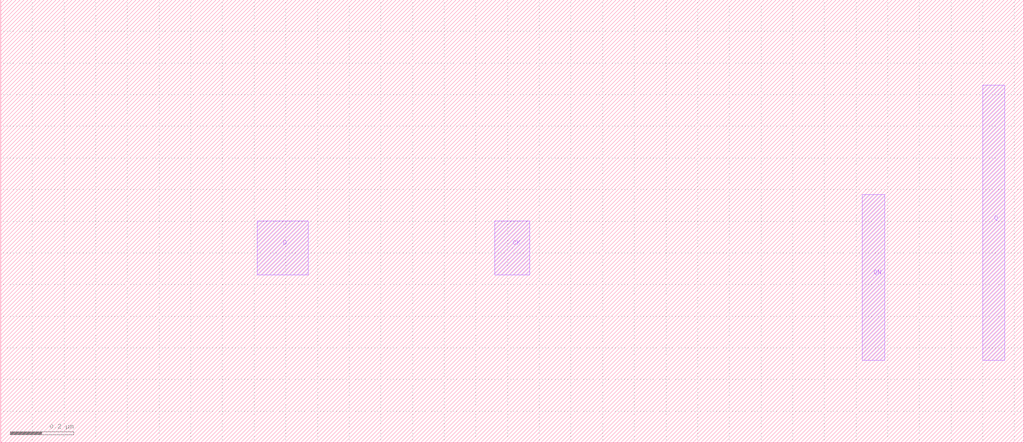
<source format=lef>
# Nangate45_tech.lef + Nangate45_stdcell.lef
# 05/24/2020 cherry fix FILLCELL_X2 size
# 
# ******************************************************************************
# *                                                                            *
# *                   Copyright (C) 2004-2010, Nangate Inc.                    *
# *                           All rights reserved.                             *
# *                                                                            *
# * Nangate and the Nangate logo are trademarks of Nangate Inc.                *
# *                                                                            *
# * All trademarks, logos, software marks, and trade names (collectively the   *
# * "Marks") in this program are proprietary to Nangate or other respective    *
# * owners that have granted Nangate the right and license to use such Marks.  *
# * You are not permitted to use the Marks without the prior written consent   *
# * of Nangate or such third party that may own the Marks.                     *
# *                                                                            *
# * This file has been provided pursuant to a License Agreement containing     *
# * restrictions on its use. This file contains valuable trade secrets and     *
# * proprietary information of Nangate Inc., and is protected by U.S. and      *
# * international laws and/or treaties.                                        *
# *                                                                            *
# * The copyright notice(s) in this file does not indicate actual or intended  *
# * publication of this file.                                                  *
# *                                                                            *
# *     NGLibraryCreator, v2010.08-HR32-SP3-2010-08-05 - build 1009061800      *
# *                                                                            *
# ******************************************************************************
# 
# 
# Running on brazil06.nangate.com.br for user Giancarlo Franciscatto (gfr).
# Local time is now Fri, 3 Dec 2010, 19:32:18.
# Main process id is 27821.

VERSION 5.6 ;
BUSBITCHARS "[]" ;
DIVIDERCHAR "/" ;

UNITS
  DATABASE MICRONS 2000 ;
END UNITS

MACRO LEFONLY
  CLASS CORE ;
  ORIGIN 0 0 ;
  FOREIGN DFF_X1 0 0 ;
  SIZE 3.23 BY 1.4 ;
  SYMMETRY X Y ;
  SITE FreePDK45_38x28_10R_NP_162NW_34O ;
  PIN D
    DIRECTION INPUT ;
    USE SIGNAL ;
    PORT
      LAYER metal1 ;
        RECT 0.81 0.53 0.97 0.7 ;
    END
  END D
  PIN CK
    DIRECTION INPUT ;
    USE SIGNAL ;
    PORT
      LAYER metal1 ;
        RECT 1.56 0.53 1.67 0.7 ;
    END
  END CK
  PIN Q
    DIRECTION OUTPUT ;
    USE SIGNAL ;
    PORT
      LAYER metal1 ;
        RECT 3.1 0.26 3.17 1.13 ;
    END
  END Q
  PIN QN
    DIRECTION OUTPUT ;
    USE SIGNAL ;
    PORT
      LAYER metal1 ;
        RECT 2.72 0.26 2.79 0.785 ;
    END
  END QN
  PIN VDD
    DIRECTION INOUT ;
    USE POWER ;
    SHAPE ABUTMENT ;
  END VDD
  PIN VSS
    DIRECTION INOUT ;
    USE GROUND ;
    SHAPE ABUTMENT ;
  END VSS
END LEFONLY

END LIBRARY
#
# End of file
#

</source>
